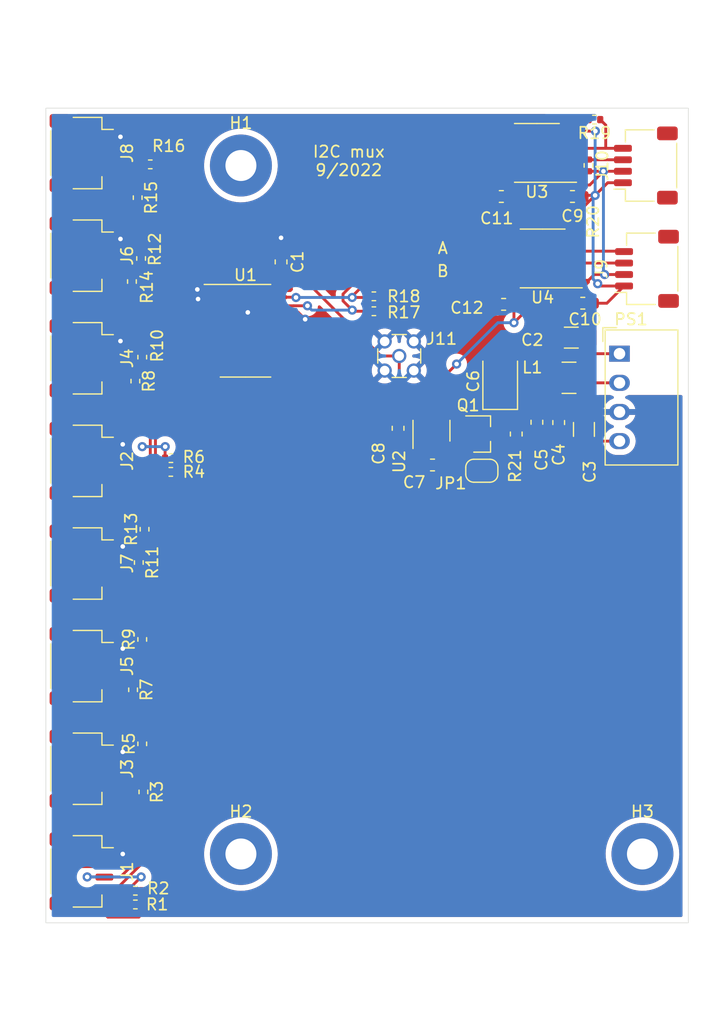
<source format=kicad_pcb>
(kicad_pcb (version 20211014) (generator pcbnew)
  (layers (0 "F.Cu" signal) (31 "B.Cu" signal) (34 "B.Paste" user) (35 "F.Paste" user) (36 "B.SilkS" user "B.Silkscreen") (37 "F.SilkS" user "F.Silkscreen") (38 "B.Mask" user) (39 "F.Mask" user) (44 "Edge.Cuts" user))
  (net 0 "")
  (net 1 "VCC")
  (net 2 "GND")
  (net 3 "Net-(J1-Pad4)")
  (net 4 "Net-(J1-Pad3)")
  (net 5 "Net-(J2-Pad4)")
  (net 6 "Net-(J2-Pad3)")
  (net 7 "Net-(J3-Pad4)")
  (net 8 "Net-(J3-Pad3)")
  (net 9 "Net-(J4-Pad4)")
  (net 10 "Net-(J4-Pad3)")
  (net 11 "GNDPWR")
  (net 12 "Net-(C3-Pad1)")
  (net 13 "Net-(C6-Pad1)")
  (net 14 "Net-(C7-Pad1)")
  (net 15 "Net-(L1-Pad1)")
  (net 16 "Net-(J5-Pad3)")
  (net 17 "VD")
  (net 18 "/Sheet626DA5AD/scl_in")
  (net 19 "/Sheet626DA5AD/sda_in")
  (net 20 "/Sheet626DA5AD/sda")
  (net 21 "/Sheet626DA5AD/scl")
  (net 22 "/A")
  (net 23 "/B")
  (net 24 "/Sheet626DA5AD/A_in")
  (net 25 "/Sheet626DA5AD/B_in")
  (net 26 "Net-(J5-Pad4)")
  (net 27 "Net-(J6-Pad4)")
  (net 28 "Net-(J6-Pad3)")
  (net 29 "Net-(J7-Pad3)")
  (net 30 "Net-(J7-Pad4)")
  (net 31 "Net-(J8-Pad4)")
  (net 32 "Net-(J8-Pad3)")
  (footprint "Capacitor_SMD:C_0603_1608Metric_Pad1.05x0.95mm_HandSolder" (layer "F.Cu") (at 108.5 73.4 -90)
    (fp_text reference "C1")
    (fp_text value "100nF")
  )
  (footprint "Connector_JST:JST_SH_SM04B-SRSS-TB_1x04-1MP_P1.00mm_Horizontal" (layer "F.Cu") (at 91.1 90.742857 -90)
    (fp_text reference "J2")
    (fp_text value "JST_SH_Conn_01x04_i2c_horizontal")
  )
  (footprint "Connector_JST:JST_SH_SM04B-SRSS-TB_1x04-1MP_P1.00mm_Horizontal" (layer "F.Cu") (at 91.1 81.8 -90)
    (fp_text reference "J4")
    (fp_text value "JST_SH_Conn_01x04_i2c_horizontal")
  )
  (footprint "Connector_JST:JST_SH_SM04B-SRSS-TB_1x04-1MP_P1.00mm_Horizontal" (layer "F.Cu") (at 91.1 72.857143 -90)
    (fp_text reference "J6")
    (fp_text value "JST_SH_Conn_01x04_i2c_horizontal")
  )
  (footprint "Connector_JST:JST_SH_SM04B-SRSS-TB_1x04-1MP_P1.00mm_Horizontal" (layer "F.Cu") (at 91.1 63.914286 -90)
    (fp_text reference "J8")
    (fp_text value "JST_SH_Conn_01x04_i2c_horizontal")
  )
  (footprint "Connector_JST:JST_SH_SM04B-SRSS-TB_1x04-1MP_P1.00mm_Horizontal" (layer "F.Cu") (at 140.3 65 90)
    (fp_text reference "J10")
    (fp_text value "JST_SH_Conn_01x04_i2c_horizontal")
  )
  (footprint "Capacitor_SMD:C_1206_3216Metric_Pad1.42x1.75mm_HandSolder" (layer "F.Cu") (at 133.8 80)
    (fp_text reference "C2")
    (fp_text value "4.7uF_1206_50V")
  )
  (footprint "Capacitor_SMD:C_1206_3216Metric_Pad1.42x1.75mm_HandSolder" (layer "F.Cu") (at 134.9 88 90)
    (fp_text reference "C3")
    (fp_text value "10uF_1206_50V")
  )
  (footprint "Capacitor_SMD:C_0603_1608Metric_Pad1.05x0.95mm_HandSolder" (layer "F.Cu") (at 132.7 87.4 -90)
    (fp_text reference "C4")
    (fp_text value "100nF")
  )
  (footprint "Capacitor_Tantalum_SMD:CP_EIA-3528-12_Kemet-T" (layer "F.Cu") (at 127.6 83.8 90)
    (fp_text reference "C6")
    (fp_text value "100uF")
  )
  (footprint "Capacitor_SMD:C_0603_1608Metric_Pad1.05x0.95mm_HandSolder" (layer "F.Cu") (at 118.7 87.9 -90)
    (fp_text reference "C8")
    (fp_text value "1uF")
  )
  (footprint "0my_footprints:MMCX_JLC" (layer "F.Cu") (at 118.8 81.6)
    (fp_text reference "J11")
    (fp_text value "MMCX")
  )
  (footprint "Jumper:SolderJumper-2_P1.3mm_Open_RoundedPad1.0x1.5mm" (layer "F.Cu") (at 126 91.6 180)
    (fp_text reference "JP1")
    (fp_text value "Jumper_2_Open")
  )
  (footprint "Inductor_SMD:L_1210_3225Metric_Pad1.42x2.65mm_HandSolder" (layer "F.Cu") (at 133.6 83.5 180)
    (fp_text reference "L1")
    (fp_text value "6.8uH")
  )
  (footprint "Converter_DCDC:Converter_DCDC_muRata_CRE1xxxxxx3C_THT" (layer "F.Cu") (at 138 81.4)
    (fp_text reference "PS1")
    (fp_text value "B0305S-1WR2")
  )
  (footprint "Package_TO_SOT_SMD:SOT-23" (layer "F.Cu") (at 126 88.4)
    (fp_text reference "Q1")
    (fp_text value "BC847C")
  )
  (footprint "Resistor_SMD:R_0603_1608Metric_Pad1.05x0.95mm_HandSolder" (layer "F.Cu") (at 129 88.4 90)
    (fp_text reference "R21")
    (fp_text value "1K")
  )
  (footprint "Package_TO_SOT_SMD:SOT-23-5" (layer "F.Cu") (at 121.61 88.11 90)
    (fp_text reference "U2")
    (fp_text value "LP5907MFX-3.3")
  )
  (footprint "Capacitor_SMD:C_0603_1608Metric_Pad1.05x0.95mm_HandSolder" (layer "F.Cu") (at 121.7 91.1 180)
    (fp_text reference "C7")
    (fp_text value "1uF")
  )
  (footprint "Capacitor_SMD:C_0603_1608Metric_Pad1.05x0.95mm_HandSolder" (layer "F.Cu") (at 133.9 67.7)
    (fp_text reference "C9")
    (fp_text value "100nF")
  )
  (footprint "Capacitor_SMD:C_0603_1608Metric_Pad1.05x0.95mm_HandSolder" (layer "F.Cu") (at 127.7 67.7)
    (fp_text reference "C11")
    (fp_text value "100nF")
  )
  (footprint "Capacitor_SMD:C_0603_1608Metric_Pad1.05x0.95mm_HandSolder" (layer "F.Cu") (at 127.9 77.1)
    (fp_text reference "C12")
    (fp_text value "100nF")
  )
  (footprint "Capacitor_SMD:C_0603_1608Metric_Pad1.05x0.95mm_HandSolder" (layer "F.Cu") (at 134.8 77)
    (fp_text reference "C10")
    (fp_text value "100nF")
  )
  (footprint "Connector_JST:JST_SH_SM04B-SRSS-TB_1x04-1MP_P1.00mm_Horizontal" (layer "F.Cu") (at 140.4 74 90)
    (fp_text reference "J9")
    (fp_text value "JST_SH_Conn_01x04_i2c_horizontal")
  )
  (footprint "Capacitor_SMD:C_0603_1608Metric_Pad1.05x0.95mm_HandSolder" (layer "F.Cu") (at 130.8 87.375 -90)
    (fp_text reference "C5")
    (fp_text value "10nF")
  )
  (footprint "MountingHole:MountingHole_2.7mm_M2.5_Pad" (layer "F.Cu") (at 105 65)
    (fp_text reference "H1")
    (fp_text value "MountingHole")
  )
  (footprint "MountingHole:MountingHole_2.7mm_M2.5_Pad" (layer "F.Cu") (at 105 125)
    (fp_text reference "H2")
    (fp_text value "MountingHole")
  )
  (footprint "Package_SO:SOIC-8_3.9x4.9mm_P1.27mm" (layer "F.Cu") (at 131.3 73.1 180)
    (fp_text reference "U4")
    (fp_text value "PI120")
  )
  (footprint "Resistor_SMD:R_0402_1005Metric" (layer "F.Cu") (at 116.59 76.4)
    (fp_text reference "R18")
    (fp_text value "5.1K_0402")
  )
  (footprint "Resistor_SMD:R_0402_1005Metric" (layer "F.Cu") (at 135.81 61 180)
    (fp_text reference "R19")
    (fp_text value "5.1K_0402")
  )
  (footprint "Resistor_SMD:R_0402_1005Metric" (layer "F.Cu") (at 95.5 75.11 -90)
    (fp_text reference "R14")
    (fp_text value "5.1K_0402")
  )
  (footprint "Resistor_SMD:R_0402_1005Metric" (layer "F.Cu") (at 96.3 73.1 90)
    (fp_text reference "R12")
    (fp_text value "5.1K_0402")
  )
  (footprint "Connector_JST:JST_SH_SM04B-SRSS-TB_1x04-1MP_P1.00mm_Horizontal" (layer "F.Cu") (at 91.1 117.571428 -90)
    (fp_text reference "J3")
    (fp_text value "JST_SH_Conn_01x04_i2c_horizontal")
  )
  (footprint "Package_SO:SOIC-8_3.9x4.9mm_P1.27mm" (layer "F.Cu") (at 130.8 63.9 180)
    (fp_text reference "U3")
    (fp_text value "ISO1541")
  )
  (footprint "Resistor_SMD:R_0402_1005Metric" (layer "F.Cu") (at 95.8 128.2)
    (fp_text reference "R2")
    (fp_text value "5.1K_0402")
  )
  (footprint "Resistor_SMD:R_0402_1005Metric" (layer "F.Cu") (at 96.1 99.6 -90)
    (fp_text reference "R11")
    (fp_text value "5.1K_0402")
  )
  (footprint "Connector_JST:JST_SH_SM04B-SRSS-TB_1x04-1MP_P1.00mm_Horizontal" (layer "F.Cu") (at 91.1 126.514286 -90)
    (fp_text reference "J1")
    (fp_text value "JST_SH_Conn_01x04_i2c_horizontal")
  )
  (footprint "Resistor_SMD:R_0402_1005Metric" (layer "F.Cu") (at 135.3 64.99 -90)
    (fp_text reference "R20")
    (fp_text value "5.1K_0402")
  )
  (footprint "Resistor_SMD:R_0402_1005Metric" (layer "F.Cu") (at 97.1 64.9)
    (fp_text reference "R16")
    (fp_text value "5.1K_0402")
  )
  (footprint "Resistor_SMD:R_0402_1005Metric" (layer "F.Cu") (at 116.59 77.7)
    (fp_text reference "R17")
    (fp_text value "5.1K_0402")
  )
  (footprint "Resistor_SMD:R_0402_1005Metric" (layer "F.Cu") (at 95.8 83.79 -90)
    (fp_text reference "R8")
    (fp_text value "5.1K_0402")
  )
  (footprint "MountingHole:MountingHole_2.7mm_M2.5_Pad" (layer "F.Cu") (at 140 125)
    (fp_text reference "H3")
    (fp_text value "MountingHole")
  )
  (footprint "Resistor_SMD:R_0402_1005Metric" (layer "F.Cu") (at 96.4 115.4 90)
    (fp_text reference "R5")
    (fp_text value "5.1K_0402")
  )
  (footprint "Resistor_SMD:R_0402_1005Metric" (layer "F.Cu") (at 96.4 81.7 90)
    (fp_text reference "R10")
    (fp_text value "5.1K_0402")
  )
  (footprint "Resistor_SMD:R_0402_1005Metric" (layer "F.Cu") (at 98.89 91.7)
    (fp_text reference "R4")
    (fp_text value "5.1K_0402")
  )
  (footprint "Package_SO:TSSOP-24_4.4x7.8mm_P0.65mm" (layer "F.Cu") (at 105.4 79.4)
    (fp_text reference "U1")
    (fp_text value "TCA9548APWR")
  )
  (footprint "Resistor_SMD:R_0402_1005Metric" (layer "F.Cu") (at 96.5 119.59 -90)
    (fp_text reference "R3")
    (fp_text value "5.1K_0402")
  )
  (footprint "Resistor_SMD:R_0402_1005Metric" (layer "F.Cu") (at 95.6 110.69 -90)
    (fp_text reference "R7")
    (fp_text value "5.1K_0402")
  )
  (footprint "Resistor_SMD:R_0402_1005Metric" (layer "F.Cu") (at 96.4 106.3 90)
    (fp_text reference "R9")
    (fp_text value "5.1K_0402")
  )
  (footprint "Resistor_SMD:R_0402_1005Metric" (layer "F.Cu") (at 95.8 129.4)
    (fp_text reference "R1")
    (fp_text value "5.1K_0402")
  )
  (footprint "Resistor_SMD:R_0402_1005Metric" (layer "F.Cu") (at 96.6 96.7 90)
    (fp_text reference "R13")
    (fp_text value "5.1K_0402")
  )
  (footprint "Resistor_SMD:R_0402_1005Metric" (layer "F.Cu") (at 98.9 90.5)
    (fp_text reference "R6")
    (fp_text value "5.1K_0402")
  )
  (footprint "Connector_JST:JST_SH_SM04B-SRSS-TB_1x04-1MP_P1.00mm_Horizontal" (layer "F.Cu") (at 91.1 108.628571 -90)
    (fp_text reference "J5")
    (fp_text value "JST_SH_Conn_01x04_i2c_horizontal")
  )
  (footprint "Resistor_SMD:R_0402_1005Metric" (layer "F.Cu") (at 96 67.8 -90)
    (fp_text reference "R15")
    (fp_text value "5.1K_0402")
  )
  (footprint "Connector_JST:JST_SH_SM04B-SRSS-TB_1x04-1MP_P1.00mm_Horizontal" (layer "F.Cu") (at 91.1 99.685714 -90)
    (fp_text reference "J7")
    (fp_text value "JST_SH_Conn_01x04_i2c_horizontal")
  )
  (gr_rect (start 88 60) (end 144 131) (layer "Edge.Cuts") (width 0.05) (fill none))
  (gr_text "A" (at 122.6 72.2) (layer "F.SilkS") (effects (font (size 1 1))))
  (gr_text "B" (at 122.6 74.2) (layer "F.SilkS") (effects (font (size 1 1))))
  (gr_text "I2C mux\n9/2022" (at 114.4 64.6) (layer "F.SilkS") (effects (font (size 1 1))))
  (segment (start 109.875 74.275) (end 108.5 74.275) (width 0.25) (layer "F.Cu") (net 1))
  (segment (start 91.1 122) (end 91.1 126.1) (width 0.25) (layer "F.Cu") (net 1))
  (segment (start 91.3 63.4) (end 91.1 63.6) (width 0.25) (layer "F.Cu") (net 1))
  (segment (start 128.8 78.7) (end 128.8 77.125) (width 0.25) (layer "F.Cu") (net 1))
  (segment (start 128.575 67.7) (end 128.575 66.055) (width 0.25) (layer "F.Cu") (net 1))
  (segment (start 91.328571 108.128571) (end 91.1 107.9) (width 0.25) (layer "F.Cu") (net 1))
  (segment (start 95.8 84.3) (end 93.8 86.3) (width 0.25) (layer "F.Cu") (net 1))
  (segment (start 91.1 99.1) (end 91.1 104.3) (width 0.25) (layer "F.Cu") (net 1))
  (segment (start 93.1 81.3) (end 96.29 81.3) (width 0.25) (layer "F.Cu") (net 1))
  (segment (start 96 68.31) (end 91.11 68.31) (width 0.25) (layer "F.Cu") (net 1))
  (segment (start 104.2 76.150361) (end 104.2 75) (width 0.25) (layer "F.Cu") (net 1))
  (segment (start 91.1 117.1) (end 91.1 122) (width 0.25) (layer "F.Cu") (net 1))
  (segment (start 118.8 81.6) (end 117.2 81.6) (width 0.25) (layer "F.Cu") (net 1))
  (segment (start 104.925 74.275) (end 107.075 74.275) (width 0.25) (layer "F.Cu") (net 1))
  (segment (start 93.1 81.3) (end 91.1 81.3) (width 0.25) (layer "F.Cu") (net 1))
  (segment (start 96.214286 63.414286) (end 107.075 74.275) (width 0.25) (layer "F.Cu") (net 1))
  (segment (start 96.6 96.39) (end 96.6 94.4) (width 0.25) (layer "F.Cu") (net 1))
  (segment (start 96.1 100.11) (end 96.1 102.2) (width 0.25) (layer "F.Cu") (net 1))
  (segment (start 90 126.1) (end 90 127.1) (width 0.25) (layer "F.Cu") (net 1))
  (segment (start 109.3 75.9) (end 108.3375 75.9) (width 0.25) (layer "F.Cu") (net 1))
  (segment (start 93.1 99.185714) (end 91.185714 99.185714) (width 0.25) (layer "F.Cu") (net 1))
  (segment (start 96.1 130.5) (end 96.31 130.29) (width 0.25) (layer "F.Cu") (net 1))
  (segment (start 96.4 105.5) (end 95.2 104.3) (width 0.25) (layer "F.Cu") (net 1))
  (segment (start 95.6 111.2) (end 93.5 113.3) (width 0.25) (layer "F.Cu") (net 1))
  (segment (start 96.4 105.79) (end 96.4 105.5) (width 0.25) (layer "F.Cu") (net 1))
  (segment (start 93.1 63.414286) (end 96.214286 63.414286) (width 0.25) (layer "F.Cu") (net 1))
  (segment (start 120.66 87.01) (end 118.715 87.01) (width 0.25) (layer "F.Cu") (net 1))
  (segment (start 120.66 87.01) (end 120.66 85.44) (width 0.25) (layer "F.Cu") (net 1))
  (segment (start 91.1 126.1) (end 90 126.1) (width 0.25) (layer "F.Cu") (net 1))
  (segment (start 91.1 86.3) (end 91.1 90.4) (width 0.25) (layer "F.Cu") (net 1))
  (segment (start 118.8 86.925) (end 118.7 87.025) (width 0.25) (layer "F.Cu") (net 1))
  (segment (start 96.067143 72.357143) (end 96.3 72.59) (width 0.25) (layer "F.Cu") (net 1))
  (segment (start 91.1 72.3) (end 91.1 77.2) (width 0.25) (layer "F.Cu") (net 1))
  (segment (start 91.314286 63.414286) (end 91.3 63.4) (width 0.25) (layer "F.Cu") (net 1))
  (segment (start 91.1 104.3) (end 91.1 107.9) (width 0.25) (layer "F.Cu") (net 1))
  (segment (start 108.5 74.7) (end 109.4 75.6) (width 0.25) (layer "F.Cu") (net 1))
  (segment (start 96.5 94.3) (end 91.1 94.3) (width 0.25) (layer "F.Cu") (net 1))
  (segment (start 102.5375 77.125) (end 103.225361 77.125) (width 0.25) (layer "F.Cu") (net 1))
  (segment (start 117.2 81.6) (end 115.15 79.55) (width 0.25) (layer "F.Cu") (net 1))
  (segment (start 115.25 79.55) (end 115.15 79.55) (width 0.25) (layer "F.Cu") (net 1))
  (segment (start 117.1 76.4) (end 117.1 77.7) (width 0.25) (layer "F.Cu") (net 1))
  (segment (start 93.8 86.3) (end 91.1 86.3) (width 0.25) (layer "F.Cu") (net 1))
  (segment (start 115.15 79.55) (end 109.875 74.275) (width 0.25) (layer "F.Cu") (net 1))
  (segment (start 99.4 91.7) (end 96.8 94.3) (width 0.25) (layer "F.Cu") (net 1))
  (segment (start 93.1 90.242857) (end 91.257143 90.242857) (width 0.25) (layer "F.Cu") (net 1))
  (segment (start 91.1 77.2) (end 91.1 81.3) (width 0.25) (layer "F.Cu") (net 1))
  (segment (start 96.5 120.1) (end 94.6 122) (width 0.25) (layer "F.Cu") (net 1))
  (segment (start 130.6 76.9) (end 130.6 69.2) (width 0.25) (layer "F.Cu") (net 1))
  (segment (start 109.4 75.6) (end 109.4 75.8) (width 0.25) (layer "F.Cu") (net 1))
  (segment (start 93.1 117.071428) (end 91.128572 117.071428) (width 0.25) (layer "F.Cu") (net 1))
  (segment (start 96.31 130.29) (end 96.31 129.4) (width 0.25) (layer "F.Cu") (net 1))
  (segment (start 94.6 122) (end 91.1 122) (width 0.25) (layer "F.Cu") (net 1))
  (segment (start 91.1 68.3) (end 91.1 72.3) (width 0.25) (layer "F.Cu") (net 1))
  (segment (start 91.1 126.1) (end 93.014286 126.1) (width 0.25) (layer "F.Cu") (net 1))
  (segment (start 93.4 130.5) (end 96.1 130.5) (width 0.25) (layer "F.Cu") (net 1))
  (segment (start 130.6 69.2) (end 129.1 67.7) (width 0.25) (layer "F.Cu") (net 1))
  (segment (start 128.575 66.055) (end 128.325 65.805) (width 0.25) (layer "F.Cu") (net 1))
  (segment (start 128.8 78.7) (end 130.6 76.9) (width 0.25) (layer "F.Cu") (net 1))
  (segment (start 118.8 81.6) (end 118.8 86.925) (width 0.25) (layer "F.Cu") (net 1))
  (segment (start 109.4 75.8) (end 109.3 75.9) (width 0.25) (layer "F.Cu") (net 1))
  (segment (start 94 104.3) (end 91.1 104.3) (width 0.25) (layer "F.Cu") (net 1))
  (segment (start 96.8 94.3) (end 96.5 94.3) (width 0.25) (layer "F.Cu") (net 1))
  (segment (start 93.1 72.357143) (end 91.157143 72.357143) (width 0.25) (layer "F.Cu") (net 1))
  (segment (start 104.2 75) (end 104.925 74.275) (width 0.25) (layer "F.Cu") (net 1))
  (segment (start 99.41 90.5) (end 99.41 91.69) (width 0.25) (layer "F.Cu") (net 1))
  (segment (start 93.1 108.128571) (end 91.328571 108.128571) (width 0.25) (layer "F.Cu") (net 1))
  (segment (start 91.185714 99.185714) (end 91.1 99.1) (width 0.25) (layer "F.Cu") (net 1))
  (segment (start 117.1 77.7) (end 115.25 79.55) (width 0.25) (layer "F.Cu") (net 1))
  (segment (start 96.29 81.3) (end 96.4 81.19) (width 0.25) (layer "F.Cu") (net 1))
  (segment (start 94.81 113.3) (end 93.5 113.3) (width 0.25) (layer "F.Cu") (net 1))
  (segment (start 103.225361 77.125) (end 104.2 76.150361) (width 0.25) (layer "F.Cu") (net 1))
  (segment (start 96.31 129.4) (end 96.31 128.2) (width 0.25) (layer "F.Cu") (net 1))
  (segment (start 120.66 85.44) (end 123.8 82.3) (width 0.25) (layer "F.Cu") (net 1))
  (segment (start 93.1 72.357143) (end 96.067143 72.357143) (width 0.25) (layer "F.Cu") (net 1))
  (segment (start 96.6 94.4) (end 96.5 94.3) (width 0.25) (layer "F.Cu") (net 1))
  (segment (start 91.157143 72.357143) (end 91.1 72.3) (width 0.25) (layer "F.Cu") (net 1))
  (segment (start 91.1 81.3) (end 91.1 86.3) (width 0.25) (layer "F.Cu") (net 1))
  (segment (start 91.128572 117.071428) (end 91.1 117.1) (width 0.25) (layer "F.Cu") (net 1))
  (segment (start 96.1 102.2) (end 94 104.3) (width 0.25) (layer "F.Cu") (net 1))
  (segment (start 108.5 74.275) (end 108.5 74.7) (width 0.25) (layer "F.Cu") (net 1))
  (segment (start 108.3375 75.9) (end 108.2625 75.825) (width 0.25) (layer "F.Cu") (net 1))
  (segment (start 91.1 90.4) (end 91.1 94.3) (width 0.25) (layer "F.Cu") (net 1))
  (segment (start 96.4 114.89) (end 94.81 113.3) (width 0.25) (layer "F.Cu") (net 1))
  (segment (start 91.1 94.3) (end 91.1 99.1) (width 0.25) (layer "F.Cu") (net 1))
  (segment (start 91.1 63.6) (end 91.1 68.3) (width 0.25) (layer "F.Cu") (net 1))
  (segment (start 93.5 113.3) (end 91.1 113.3) (width 0.25) (layer "F.Cu") (net 1))
  (segment (start 99.41 91.69) (end 99.4 91.7) (width 0.25) (layer "F.Cu") (net 1))
  (segment (start 91.11 68.31) (end 91.1 68.3) (width 0.25) (layer "F.Cu") (net 1))
  (segment (start 91.257143 90.242857) (end 91.1 90.4) (width 0.25) (layer "F.Cu") (net 1))
  (segment (start 95.5 75.62) (end 93.92 77.2) (width 0.25) (layer "F.Cu") (net 1))
  (segment (start 91.1 107.9) (end 91.1 113.3) (width 0.25) (layer "F.Cu") (net 1))
  (segment (start 129.1 67.7) (end 128.575 67.7) (width 0.25) (layer "F.Cu") (net 1))
  (segment (start 93.92 77.2) (end 91.1 77.2) (width 0.25) (layer "F.Cu") (net 1))
  (segment (start 90 127.1) (end 93.4 130.5) (width 0.25) (layer "F.Cu") (net 1))
  (segment (start 107.075 74.275) (end 108.5 74.275) (width 0.25) (layer "F.Cu") (net 1))
  (segment (start 128.775 77.1) (end 128.775 75.055) (width 0.25) (layer "F.Cu") (net 1))
  (segment (start 91.1 113.3) (end 91.1 117.1) (width 0.25) (layer "F.Cu") (net 1))
  (segment (start 95.2 104.3) (end 94 104.3) (width 0.25) (layer "F.Cu") (net 1))
  (segment (start 93.1 63.414286) (end 91.314286 63.414286) (width 0.25) (layer "F.Cu") (net 1))
  (via (at 128.8 78.7) (size 0.8) (drill 0.4) (layers "F.Cu" "B.Cu") (net 1))
  (via (at 123.8 82.3) (size 0.8) (drill 0.4) (layers "F.Cu" "B.Cu") (net 1))
  (segment (start 123.8 82.3) (end 127.4 78.7) (width 0.25) (layer "B.Cu") (net 1))
  (segment (start 127.4 78.7) (end 128.8 78.7) (width 0.25) (layer "B.Cu") (net 1))
  (segment (start 109.975 77.775) (end 110 77.8) (width 0.25) (layer "F.Cu") (net 2))
  (segment (start 94.685714 125.014286) (end 94.7 125) (width 0.25) (layer "F.Cu") (net 2))
  (segment (start 101.425 76.475) (end 101.262299 76.637701) (width 0.25) (layer "F.Cu") (net 2))
  (segment (start 94.685714 98.185714) (end 94.7 98.2) (width 0.25) (layer "F.Cu") (net 2))
  (segment (start 108.5 72.525) (end 108.5 71.3) (width 0.25) (layer "F.Cu") (net 2))
  (segment (start 94.414286 62.414286) (end 94.5 62.5) (width 0.25) (layer "F.Cu") (net 2))
  (segment (start 105.625 77.775) (end 105.6 77.8) (width 0.25) (layer "F.Cu") (net 2))
  (segment (start 108.2625 77.775) (end 105.625 77.775) (width 0.25) (layer "F.Cu") (net 2))
  (segment (start 93.1 62.414286) (end 94.414286 62.414286) (width 0.25) (layer "F.Cu") (net 2))
  (segment (start 94.642857 89.242857) (end 94.7 89.3) (width 0.25) (layer "F.Cu") (net 2))
  (segment (start 121.61 90.84) (end 121.61 89.21) (width 0.25) (layer "F.Cu") (net 2))
  (segment (start 102.5375 75.825) (end 101.225 75.825) (width 0.25) (layer "F.Cu") (net 2))
  (segment (start 93.1 80.3) (end 94.5 80.3) (width 0.25) (layer "F.Cu") (net 2))
  (segment (start 121.35 91.1) (end 121.61 90.84) (width 0.25) (layer "F.Cu") (net 2))
  (segment (start 93.128572 116.1) (end 93.1 116.071428) (width 0.25) (layer "F.Cu") (net 2))
  (segment (start 101.225 75.825) (end 101.2 75.8) (width 0.25) (layer "F.Cu") (net 2))
  (segment (start 94.457143 71.357143) (end 94.5 71.4) (width 0.25) (layer "F.Cu") (net 2))
  (segment (start 110 77.8) (end 110.6 78.4) (width 0.25) (layer "F.Cu") (net 2))
  (segment (start 93.1 107.128571) (end 94.671429 107.128571) (width 0.25) (layer "F.Cu") (net 2))
  (segment (start 102.5375 76.475) (end 101.425 76.475) (width 0.25) (layer "F.Cu") (net 2))
  (segment (start 121.61 88.719998) (end 121.245001 88.354999) (width 0.25) (layer "F.Cu") (net 2))
  (segment (start 121.245001 88.354999) (end 119.595001 88.354999) (width 0.25) (layer "F.Cu") (net 2))
  (segment (start 120.825 91.1) (end 121.35 91.1) (width 0.25) (layer "F.Cu") (net 2))
  (segment (start 94.7 116.1) (end 93.128572 116.1) (width 0.25) (layer "F.Cu") (net 2))
  (segment (start 93.1 125.014286) (end 94.685714 125.014286) (width 0.25) (layer "F.Cu") (net 2))
  (segment (start 93.1 98.185714) (end 94.685714 98.185714) (width 0.25) (layer "F.Cu") (net 2))
  (segment (start 94.671429 107.128571) (end 94.7 107.1) (width 0.25) (layer "F.Cu") (net 2))
  (segment (start 121.61 89.21) (end 121.61 88.719998) (width 0.25) (layer "F.Cu") (net 2))
  (segment (start 108.2625 77.775) (end 109.975 77.775) (width 0.25) (layer "F.Cu") (net 2))
  (segment (start 93.1 89.242857) (end 94.642857 89.242857) (width 0.25) (layer "F.Cu") (net 2))
  (segment (start 119.595001 88.354999) (end 119.175 88.775) (width 0.25) (layer "F.Cu") (net 2))
  (segment (start 93.1 71.357143) (end 94.457143 71.357143) (width 0.25) (layer "F.Cu") (net 2))
  (segment (start 119.175 88.775) (end 118.7 88.775) (width 0.25) (layer "F.Cu") (net 2))
  (via (at 105.6 77.8) (size 0.8) (drill 0.4) (layers "F.Cu" "B.Cu") (net 2))
  (via (at 94.7 89.3) (size 0.8) (drill 0.4) (layers "F.Cu" "B.Cu") (net 2))
  (via (at 94.5 71.4) (size 0.8) (drill 0.4) (layers "F.Cu" "B.Cu") (net 2))
  (via (at 94.7 125) (size 0.8) (drill 0.4) (layers "F.Cu" "B.Cu") (net 2))
  (via (at 94.7 98.2) (size 0.8) (drill 0.4) (layers "F.Cu" "B.Cu") (net 2))
  (via (at 94.7 107.1) (size 0.8) (drill 0.4) (layers "F.Cu" "B.Cu") (net 2))
  (via (at 101.262299 76.637701) (size 0.8) (drill 0.4) (layers "F.Cu" "B.Cu") (net 2))
  (via (at 94.7 116.1) (size 0.8) (drill 0.4) (layers "F.Cu" "B.Cu") (net 2))
  (via (at 108.5 71.3) (size 0.8) (drill 0.4) (layers "F.Cu" "B.Cu") (net 2))
  (via (at 94.5 80.3) (size 0.8) (drill 0.4) (layers "F.Cu" "B.Cu") (net 2))
  (via (at 110.6 78.4) (size 0.8) (drill 0.4) (layers "F.Cu" "B.Cu") (net 2))
  (via (at 101.2 75.8) (size 0.8) (drill 0.4) (layers "F.Cu" "B.Cu") (net 2))
  (via (at 94.5 62.5) (size 0.8) (drill 0.4) (layers "F.Cu" "B.Cu") (net 2))
  (segment (start 94.7 98.2) (end 94.7 107.1) (width 0.25) (layer "B.Cu") (net 2))
  (segment (start 94.7 125) (end 94.7 116.1) (width 0.25) (layer "B.Cu") (net 2))
  (segment (start 94.5 71.4) (end 94.5 80.3) (width 0.25) (layer "B.Cu") (net 2))
  (segment (start 94.7 107.1) (end 94.7 116.1) (width 0.25) (layer "B.Cu") (net 2))
  (segment (start 94.7 89.3) (end 94.7 98.2) (width 0.25) (layer "B.Cu") (net 2))
  (segment (start 94.5 80.3) (end 94.5 89.1) (width 0.25) (layer "B.Cu") (net 2))
  (segment (start 94.5 62.5) (end 94.5 71.4) (width 0.25) (layer "B.Cu") (net 2))
  (segment (start 94.5 89.1) (end 94.7 89.3) (width 0.25) (layer "B.Cu") (net 2))
  (segment (start 95.29 129.4) (end 94.185714 128.295714) (width 0.25) (layer "F.Cu") (net 3))
  (segment (start 113.24952 82.14952) (end 113.24952 108.95048) (width 0.25) (layer "F.Cu") (net 3))
  (segment (start 109.525 78.425) (end 113.24952 82.14952) (width 0.25) (layer "F.Cu") (net 3))
  (segment (start 93.1 128.014286) (end 94.185714 128.014286) (width 0.25) (layer "F.Cu") (net 3))
  (segment (start 94.185714 128.295714) (end 94.185714 128.014286) (width 0.25) (layer "F.Cu") (net 3))
  (segment (start 108.2625 78.425) (end 109.525 78.425) (width 0.25) (layer "F.Cu") (net 3))
  (segment (start 94.185714 128.014286) (end 113.24952 108.95048) (width 0.25) (layer "F.Cu") (net 3))
  (segment (start 112.8 108.7) (end 112.8 82.4) (width 0.25) (layer "F.Cu") (net 4))
  (segment (start 93.085714 127) (end 93.1 127.014286) (width 0.25) (layer "F.Cu") (net 4))
  (segment (start 94.485714 127.014286) (end 112.8 108.7) (width 0.25) (layer "F.Cu") (net 4))
  (segment (start 93.1 127.014286) (end 94.485714 127.014286) (width 0.25) (layer "F.Cu") (net 4))
  (segment (start 91.6 127) (end 93.085714 127) (width 0.25) (layer "F.Cu") (net 4))
  (segment (start 95.29 128.01) (end 96.3 127) (width 0.25) (layer "F.Cu") (net 4))
  (segment (start 109.475 79.075) (end 108.2625 79.075) (width 0.25) (layer "F.Cu") (net 4))
  (segment (start 112.8 82.4) (end 109.475 79.075) (width 0.25) (layer "F.Cu") (net 4))
  (segment (start 95.29 128.2) (end 95.29 128.01) (width 0.25) (layer "F.Cu") (net 4))
  (via (at 96.3 127) (size 0.8) (drill 0.4) (layers "F.Cu" "B.Cu") (net 4))
  (via (at 91.6 127) (size 0.8) (drill 0.4) (layers "F.Cu" "B.Cu") (net 4))
  (segment (start 96.3 127) (end 91.6 127) (width 0.25) (layer "B.Cu") (net 4))
  (segment (start 98.38 91.7) (end 97 91.7) (width 0.25) (layer "F.Cu") (net 5))
  (segment (start 96.817859 91.517859) (end 97.54952 90.786198) (width 0.25) (layer "F.Cu") (net 5))
  (segment (start 97.54952 90.786198) (end 97.54952 85.95048) (width 0.25) (layer "F.Cu") (net 5))
  (segment (start 93.1 92.242857) (end 96.092861 92.242857) (width 0.25) (layer "F.Cu") (net 5))
  (segment (start 97.54952 85.95048) (end 101.175 82.325) (width 0.25) (layer "F.Cu") (net 5))
  (segment (start 97 91.7) (end 96.817859 91.517859) (width 0.25) (layer "F.Cu") (net 5))
  (segment (start 96.092861 92.242857) (end 96.817859 91.517859) (width 0.25) (layer "F.Cu") (net 5))
  (segment (start 101.175 82.325) (end 102.5375 82.325) (width 0.25) (layer "F.Cu") (net 5))
  (segment (start 97.1 90.6) (end 96.457143 91.242857) (width 0.25) (layer "F.Cu") (net 6))
  (segment (start 98.39 90.5) (end 98.39 89.51) (width 0.25) (layer "F.Cu") (net 6))
  (segment (start 100.925 81.675) (end 97.1 85.5) (width 0.25) (layer "F.Cu") (net 6))
  (segment (start 97.1 85.5) (end 97.1 89.5) (width 0.25) (layer "F.Cu") (net 6))
  (segment (start 96.457143 91.242857) (end 93.1 91.242857) (width 0.25) (layer "F.Cu") (net 6))
  (segment (start 97.1 89.5) (end 97.1 90.6) (width 0.25) (layer "F.Cu") (net 6))
  (segment (start 98.39 89.51) (end 98.4 89.5) (width 0.25) (layer "F.Cu") (net 6))
  (segment (start 96.4 89.5) (end 97.1 89.5) (width 0.25) (layer "F.Cu") (net 6))
  (segment (start 102.5375 81.675) (end 100.925 81.675) (width 0.25) (layer "F.Cu") (net 6))
  (via (at 96.4 89.5) (size 0.8) (drill 0.4) (layers "F.Cu" "B.Cu") (net 6))
  (via (at 98.4 89.5) (size 0.8) (drill 0.4) (layers "F.Cu" "B.Cu") (net 6))
  (segment (start 98.4 89.5) (end 96.4 89.5) (width 0.25) (layer "B.Cu") (net 6))
  (segment (start 112.3 82.657128) (end 112.3 101.2) (width 0.25) (layer "F.Cu") (net 7))
  (segment (start 112.3 101.2) (end 94.4 119.1) (width 0.25) (layer "F.Cu") (net 7))
  (segment (start 96.5 119.08) (end 93.108572 119.08) (width 0.25) (layer "F.Cu") (net 7))
  (segment (start 93.108572 119.08) (end 93.1 119.071428) (width 0.25) (layer "F.Cu") (net 7))
  (segment (start 94.4 119.1) (end 93.128572 119.1) (width 0.25) (layer "F.Cu") (net 7))
  (segment (start 109.367871 79.725) (end 112.3 82.657128) (width 0.25) (layer "F.Cu") (net 7))
  (segment (start 108.2625 79.725) (end 109.367871 79.725) (width 0.25) (layer "F.Cu") (net 7))
  (segment (start 93.1 118.071428) (end 94.528572 118.071428) (width 0.25) (layer "F.Cu") (net 8))
  (segment (start 111.8 82.792846) (end 109.382154 80.375) (width 0.25) (layer "F.Cu") (net 8))
  (segment (start 94.528572 118.071428) (end 111.8 100.8) (width 0.25) (layer "F.Cu") (net 8))
  (segment (start 111.8 100.8) (end 111.8 82.792846) (width 0.25) (layer "F.Cu") (net 8))
  (segment (start 109.382154 80.375) (end 108.2625 80.375) (width 0.25) (layer "F.Cu") (net 8))
  (segment (start 100.117859 81.017859) (end 102.530359 81.017859) (width 0.25) (layer "F.Cu") (net 9))
  (segment (start 97.835718 83.3) (end 100.117859 81.017859) (width 0.25) (layer "F.Cu") (net 9))
  (segment (start 93.1 83.3) (end 97.835718 83.3) (width 0.25) (layer "F.Cu") (net 9))
  (segment (start 100.125 80.375) (end 98.2 82.3) (width 0.25) (layer "F.Cu") (net 10))
  (segment (start 98.2 82.3) (end 93.1 82.3) (width 0.25) (layer "F.Cu") (net 10))
  (segment (start 102.5375 80.375) (end 100.125 80.375) (width 0.25) (layer "F.Cu") (net 10))
  (segment (start 133.775 69.7) (end 133.775 71.195) (width 0.25) (layer "F.Cu") (net 11))
  (segment (start 138 81.4) (end 135.8125 81.4) (width 0.25) (layer "F.Cu") (net 11))
  (segment (start 135.875 67.6) (end 133.775 69.7) (width 0.25) (layer "F.Cu") (net 11))
  (segment (start 136.9 77) (end 135.675 77) (width 0.25) (layer "F.Cu") (net 11))
  (segment (start 136.975 66.5) (end 138.3 66.5) (width 0.25) (layer "F.Cu") (net 11))
  (segment (start 138.4 75.5) (end 136.9 77) (width 0.25) (layer "F.Cu") (net 11))
  (segment (start 135.8125 81.4) (end 135.2875 80.875) (width 0.25) (layer "F.Cu") (net 11))
  (segment (start 135.2875 80.875) (end 135.2875 80) (width 0.25) (layer "F.Cu") (net 11))
  (segment (start 138.4 75.5) (end 136.3 75.5) (width 0.25) (layer "F.Cu") (net 11))
  (segment (start 135.875 67.6) (end 136.975 66.5) (width 0.25) (layer "F.Cu") (net 11))
  (segment (start 135.2875 80) (end 135.2875 77.3875) (width 0.25) (layer "F.Cu") (net 11))
  (segment (start 135.9 62) (end 133.64 62) (width 0.25) (layer "F.Cu") (net 11))
  (segment (start 136.3 75.5) (end 136.1 75.3) (width 0.25) (layer "F.Cu") (net 11))
  (segment (start 135.875 67.6) (end 134.875 67.6) (width 0.25) (layer "F.Cu") (net 11))
  (segment (start 135.2875 77.3875) (end 135.675 77) (width 0.25) (layer "F.Cu") (net 11))
  (via (at 135.875 67.6) (size 0.8) (drill 0.4) (layers "F.Cu" "B.Cu") (net 11))
  (via (at 136.1 75.3) (size 0.8) (drill 0.4) (layers "F.Cu" "B.Cu") (net 11))
  (via (at 135.9 62) (size 0.8) (drill 0.4) (layers "F.Cu" "B.Cu") (net 11))
  (segment (start 136.1 75.3) (end 135.700001 74.900001) (width 0.25) (layer "B.Cu") (net 11))
  (segment (start 135.700001 67.774999) (end 135.875 67.6) (width 0.25) (layer "B.Cu") (net 11))
  (segment (start 135.875 67.6) (end 135.875 62.025) (width 0.25) (layer "B.Cu") (net 11))
  (segment (start 135.875 62.025) (end 135.9 62) (width 0.25) (layer "B.Cu") (net 11))
  (segment (start 135.700001 74.900001) (end 135.700001 67.774999) (width 0.25) (layer "B.Cu") (net 11))
  (segment (start 134.9 88.775) (end 134.4 88.275) (width 0.25) (layer "F.Cu") (net 12))
  (segment (start 134.4 88.275) (end 133.175 88.275) (width 0.25) (layer "F.Cu") (net 12))
  (segment (start 127 88.4) (end 127 91.25) (width 0.25) (layer "F.Cu") (net 12))
  (segment (start 133.175 88.275) (end 132.7 88.275) (width 0.25) (layer "F.Cu") (net 12))
  (segment (start 132.7 88.275) (end 130 88.275) (width 0.25) (layer "F.Cu") (net 12))
  (segment (start 127 89.05) (end 127 88.4) (width 0.25) (layer "F.Cu") (net 12))
  (segment (start 130 88.275) (end 129 89.275) (width 0.25) (layer "F.Cu") (net 12))
  (segment (start 129 89.275) (end 127.225 89.275) (width 0.25) (layer "F.Cu") (net 12))
  (segment (start 138 89.02) (end 135.3675 89.02) (width 0.25) (layer "F.Cu") (net 12))
  (segment (start 127.225 89.275) (end 127 89.05) (width 0.25) (layer "F.Cu") (net 12))
  (segment (start 134.9 89.4875) (end 134.9 88.775) (width 0.25) (layer "F.Cu") (net 12))
  (segment (start 129 86.7375) (end 127.6 85.3375) (width 0.25) (layer "F.Cu") (net 13))
  (segment (start 125 87.45) (end 125 86.8) (width 0.25) (layer "F.Cu") (net 13))
  (segment (start 125 86.8) (end 126.4625 85.3375) (width 0.25) (layer "F.Cu") (net 13))
  (segment (start 129 87.525) (end 129 86.7375) (width 0.25) (layer "F.Cu") (net 13))
  (segment (start 126.4625 85.3375) (end 127.6 85.3375) (width 0.25) (layer "F.Cu") (net 13))
  (segment (start 123.1 91.1) (end 122.575 91.1) (width 0.25) (layer "F.Cu") (net 14))
  (segment (start 122.15 92) (end 120.40449 92) (width 0.25) (layer "F.Cu") (net 14))
  (segment (start 122.575 91.1) (end 122.575 89.225) (width 0.25) (layer "F.Cu") (net 14))
  (segment (start 125 89.35) (end 125 91.25) (width 0.25) (layer "F.Cu") (net 14))
  (segment (start 119.9 89.395) (end 120.085 89.21) (width 0.25) (layer "F.Cu") (net 14))
  (segment (start 123.9 91.1) (end 123.1 91.1) (width 0.25) (layer "F.Cu") (net 14))
  (segment (start 119.9 91.49551) (end 119.9 89.395) (width 0.25) (layer "F.Cu") (net 14))
  (segment (start 125 90) (end 123.9 91.1) (width 0.25) (layer "F.Cu") (net 14))
  (segment (start 125 89.35) (end 125 90) (width 0.25) (layer "F.Cu") (net 14))
  (segment (start 120.40449 92) (end 119.9 91.49551) (width 0.25) (layer "F.Cu") (net 14))
  (segment (start 120.085 89.21) (end 120.66 89.21) (width 0.25) (layer "F.Cu") (net 14))
  (segment (start 122.575 91.1) (end 122.575 91.575) (width 0.25) (layer "F.Cu") (net 14))
  (segment (start 122.575 91.575) (end 122.15 92) (width 0.25) (layer "F.Cu") (net 14))
  (segment (start 138 83.94) (end 135.5275 83.94) (width 0.25) (layer "F.Cu") (net 15))
  (segment (start 110.84952 92.65048) (end 110.84952 83.113802) (width 0.25) (layer "F.Cu") (net 16))
  (segment (start 93.1 109.128571) (end 94.371429 109.128571) (width 0.25) (layer "F.Cu") (net 16))
  (segment (start 109.410718 81.675) (end 108.2625 81.675) (width 0.25) (layer "F.Cu") (net 16))
  (segment (start 110.84952 83.113802) (end 109.410718 81.675) (width 0.25) (layer "F.Cu") (net 16))
  (segment (start 94.371429 109.128571) (end 110.84952 92.65048) (width 0.25) (layer "F.Cu") (net 16))
  (segment (start 132.3125 78.0875) (end 133.4 77) (width 0.25) (layer "F.Cu") (net 17))
  (segment (start 132.3125 80) (end 132.3125 78.0875) (width 0.25) (layer "F.Cu") (net 17))
  (segment (start 135.3 61) (end 132.2 61) (width 0.25) (layer "F.Cu") (net 17))
  (segment (start 135.295 75.005) (end 135.8 74.5) (width 0.25) (layer "F.Cu") (net 17))
  (segment (start 133.025 67.7) (end 133.025 66.055) (width 0.25) (layer "F.Cu") (net 17))
  (segment (start 133.025 67.7) (end 133.025 67.225) (width 0.25) (layer "F.Cu") (net 17))
  (segment (start 133.025 67.225) (end 133.55 66.7) (width 0.25) (layer "F.Cu") (net 17))
  (segment (start 132.1125 83.5) (end 132.1125 80.2) (width 0.25) (layer "F.Cu") (net 17))
  (segment (start 133.925 77) (end 133.925 76.525) (width 0.25) (layer "F.Cu") (net 17))
  (segment (start 132.2 61) (end 131.7 61.5) (width 0.25) (layer "F.Cu") (net 17))
  (segment (start 133.925 76.525) (end 135.295 75.155) (width 0.25) (layer "F.Cu") (net 17))
  (segment (start 138.3 65.5) (end 136.6 65.5) (width 0.25) (layer "F.Cu") (net 17))
  (segment (start 132.205 65.805) (end 133.275 65.805) (width 0.25) (layer "F.Cu") (net 17))
  (segment (start 133.4 77) (end 133.925 77) (width 0.25) (layer "F.Cu") (net 17))
  (segment (start 133.55 66.7) (end 135.4 66.7) (width 0.25) (layer "F.Cu") (net 17))
  (segment (start 138.4 74.5) (end 136.7 74.5) (width 0.25) (layer "F.Cu") (net 17))
  (segment (start 135.295 75.155) (end 135.295 75.005) (width 0.25) (layer "F.Cu") (net 17))
  (segment (start 135.4 66.7) (end 136.6 65.5) (width 0.25) (layer "F.Cu") (net 17))
  (segment (start 135.8 74.5) (end 136.7 74.5) (width 0.25) (layer "F.Cu") (net 17))
  (segment (start 131.7 61.5) (end 131.7 65.3) (width 0.25) (layer "F.Cu") (net 17))
  (segment (start 133.775 75.005) (end 135.295 75.005) (width 0.25) (layer "F.Cu") (net 17))
  (segment (start 131.7 65.3) (end 132.205 65.805) (width 0.25) (layer "F.Cu") (net 17))
  (segment (start 136.6 65.5) (end 135.3 65.5) (width 0.25) (layer "F.Cu") (net 17))
  (segment (start 133.025 66.055) (end 133.275 65.805) (width 0.25) (layer "F.Cu") (net 17))
  (via (at 136.6 65.5) (size 0.8) (drill 0.4) (layers "F.Cu" "B.Cu") (net 17))
  (via (at 136.7 74.5) (size 0.8) (drill 0.4) (layers "F.Cu" "B.Cu") (net 17))
  (segment (start 136.6 65.5) (end 136.6 74.4) (width 0.25) (layer "B.Cu") (net 17))
  (segment (start 136.6 74.4) (end 136.7 74.5) (width 0.25) (layer "B.Cu") (net 17))
  (segment (start 133.51 63.5) (end 133.275 63.265) (width 0.25) (layer "F.Cu") (net 18))
  (segment (start 136.8 61.48) (end 136.8 63.5) (width 0.25) (layer "F.Cu") (net 18))
  (segment (start 138.3 63.5) (end 136.8 63.5) (width 0.25) (layer "F.Cu") (net 18))
  (segment (start 136.32 61) (end 136.8 61.48) (width 0.25) (layer "F.Cu") (net 18))
  (segment (start 136.8 63.5) (end 133.51 63.5) (width 0.25) (layer "F.Cu") (net 18))
  (segment (start 133.31 64.5) (end 133.275 64.535) (width 0.25) (layer "F.Cu") (net 19))
  (segment (start 138.3 64.5) (end 133.31 64.5) (width 0.25) (layer "F.Cu") (net 19))
  (segment (start 114.7 76.4) (end 114.7 76.5) (width 0.25) (layer "F.Cu") (net 20))
  (segment (start 128.325 64.535) (end 126.565 64.535) (width 0.25) (layer "F.Cu") (net 20))
  (segment (start 109.775 76.475) (end 109.8 76.5) (width 0.25) (layer "F.Cu") (net 20))
  (segment (start 115.98 76.5) (end 116.08 76.4) (width 0.25) (layer "F.Cu") (net 20))
  (segment (start 108.2625 76.475) (end 109.775 76.475) (width 0.25) (layer "F.Cu") (net 20))
  (segment (start 114.7 76.5) (end 115.98 76.5) (width 0.25) (layer "F.Cu") (net 20))
  (segment (start 126.565 64.535) (end 114.7 76.4) (width 0.25) (layer "F.Cu") (net 20))
  (via (at 109.8 76.5) (size 0.8) (drill 0.4) (layers "F.Cu" "B.Cu") (net 20))
  (via (at 114.7 76.5) (size 0.8) (drill 0.4) (layers "F.Cu" "B.Cu") (net 20))
  (segment (start 109.8 76.5) (end 114.7 76.5) (width 0.25) (layer "B.Cu") (net 20))
  (segment (start 110.6 77.1) (end 110.6755 77.1) (width 0.25) (layer "F.Cu") (net 21))
  (segment (start 109.6 77.224511) (end 110.475489 77.224511) (width 0.25) (layer "F.Cu") (net 21))
  (segment (start 110.6755 77.1) (end 110.8 77.2245) (width 0.25) (layer "F.Cu") (net 21))
  (segment (start 110.475489 77.224511) (end 110.6 77.1) (width 0.25) (layer "F.Cu") (net 21))
  (segment (start 126.835 63.265) (end 128.325 63.265) (width 0.25) (layer "F.Cu") (net 21))
  (segment (start 116.08 77.7) (end 114.8 77.7) (width 0.25) (layer "F.Cu") (net 21))
  (segment (start 108.2625 77.125) (end 108.362011 77.224511) (width 0.25) (layer "F.Cu") (net 21))
  (segment (start 113.9 76.8) (end 113.9 76.2) (width 0.25) (layer "F.Cu") (net 21))
  (segment (start 113.9 76.2) (end 126.835 63.265) (width 0.25) (layer "F.Cu") (net 21))
  (segment (start 114.8 77.7) (end 114.7 77.6) (width 0.25) (layer "F.Cu") (net 21))
  (segment (start 108.362011 77.224511) (end 109.6 77.224511) (width 0.25) (layer "F.Cu") (net 21))
  (segment (start 114.7 77.6) (end 113.9 76.8) (width 0.25) (layer "F.Cu") (net 21))
  (via (at 110.8 77.2245) (size 0.8) (drill 0.4) (layers "F.Cu" "B.Cu") (net 21))
  (via (at 114.7 77.6) (size 0.8) (drill 0.4) (layers "F.Cu" "B.Cu") (net 21))
  (segment (start 111.1755 77.6) (end 114.7 77.6) (width 0.25) (layer "B.Cu") (net 21))
  (segment (start 110.8 77.2245) (end 111.1755 77.6) (width 0.25) (layer "B.Cu") (net 21))
  (segment (start 133.775 72.465) (end 138.365 72.465) (width 0.25) (layer "F.Cu") (net 24))
  (segment (start 134.01 73.5) (end 133.775 73.735) (width 0.25) (layer "F.Cu") (net 25))
  (segment (start 138.4 73.5) (end 134.01 73.5) (width 0.25) (layer "F.Cu") (net 25))
  (segment (start 95.548571 110.128571) (end 95.6 110.18) (width 0.25) (layer "F.Cu") (net 26))
  (segment (start 94.071429 110.128571) (end 93.1 110.128571) (width 0.25) (layer "F.Cu") (net 26))
  (segment (start 111.3 92.9) (end 94.071429 110.128571) (width 0.25) (layer "F.Cu") (net 26))
  (segment (start 93.1 110.128571) (end 95.548571 110.128571) (width 0.25) (layer "F.Cu") (net 26))
  (segment (start 108.2625 81.025) (end 109.396436 81.025) (width 0.25) (layer "F.Cu") (net 26))
  (segment (start 109.396436 81.025) (end 111.3 82.928564) (width 0.25) (layer "F.Cu") (net 26))
  (segment (start 111.3 82.928564) (end 111.3 92.9) (width 0.25) (layer "F.Cu") (net 26))
  (segment (start 101.353565 79.725) (end 95.985707 74.357143) (width 0.25) (layer "F.Cu") (net 27))
  (segment (start 102.5375 79.725) (end 101.353565 79.725) (width 0.25) (layer "F.Cu") (net 27))
  (segment (start 95.985707 74.357143) (end 93.1 74.357143) (width 0.25) (layer "F.Cu") (net 27))
  (segment (start 93.1 73.357143) (end 95.621425 73.357143) (width 0.25) (layer "F.Cu") (net 28))
  (segment (start 95.621425 73.357143) (end 101.339282 79.075) (width 0.25) (layer "F.Cu") (net 28))
  (segment (start 101.339282 79.075) (end 102.5375 79.075) (width 0.25) (layer "F.Cu") (net 28))
  (segment (start 109.8 83.4) (end 109.375 82.975) (width 0.25) (layer "F.Cu") (net 29))
  (segment (start 109.8 84.4) (end 109.8 83.4) (width 0.25) (layer "F.Cu") (net 29))
  (segment (start 94.014286 100.185714) (end 109.8 84.4) (width 0.25) (layer "F.Cu") (net 29))
  (segment (start 109.375 82.975) (end 108.2625 82.975) (width 0.25) (layer "F.Cu") (net 29))
  (segment (start 93.1 100.185714) (end 94.014286 100.185714) (width 0.25) (layer "F.Cu") (net 29))
  (segment (start 110.4 84.5) (end 93.714286 101.185714) (width 0.25) (layer "F.Cu") (net 30))
  (segment (start 109.425 82.325) (end 110.4 83.3) (width 0.25) (layer "F.Cu") (net 30))
  (segment (start 110.4 83.3) (end 110.4 84.5) (width 0.25) (layer "F.Cu") (net 30))
  (segment (start 108.2625 82.325) (end 109.425 82.325) (width 0.25) (layer "F.Cu") (net 30))
  (segment (start 99.95048 71.05048) (end 99.95048 77.05048) (width 0.25) (layer "F.Cu") (net 31))
  (segment (start 93.185714 65.5) (end 94.4 65.5) (width 0.25) (layer "F.Cu") (net 31))
  (segment (start 101.325 78.425) (end 102.5375 78.425) (width 0.25) (layer "F.Cu") (net 31))
  (segment (start 99.95048 77.05048) (end 101.325 78.425) (width 0.25) (layer "F.Cu") (net 31))
  (segment (start 94.4 65.5) (end 99.95048 71.05048) (width 0.25) (layer "F.Cu") (net 31))
  (segment (start 96.59 64.9) (end 94.7 64.9) (width 0.25) (layer "F.Cu") (net 32))
  (segment (start 101.375 77.775) (end 102.5375 77.775) (width 0.25) (layer "F.Cu") (net 32))
  (segment (start 100.4 76.8) (end 101.375 77.775) (width 0.25) (layer "F.Cu") (net 32))
  (segment (start 94.7 64.9) (end 94.214286 64.414286) (width 0.25) (layer "F.Cu") (net 32))
  (segment (start 100.4 70.6) (end 100.4 76.8) (width 0.25) (layer "F.Cu") (net 32))
  (segment (start 94.214286 64.414286) (end 100.4 70.6) (width 0.25) (layer "F.Cu") (net 32))
  (segment (start 93.1 64.414286) (end 94.214286 64.414286) (width 0.25) (layer "F.Cu") (net 32))
  (zone (net 0) (net_name "") (layers F&B.Cu) (connect_pads (clearance 0)) (min_thickness 0.254)
    (keepout (tracks allowed) (vias allowed) (pads allowed) (copperpour not_allowed) (footprints allowed))
    (fill (thermal_gap 0.508) (thermal_bridge_width 0.508))
    (polygon (pts (xy 144 85) (xy 136 85) (xy 136 60) (xy 144 60)))
  )
  (zone (net 2) (net_name "GND") (layers F&B.Cu) (connect_pads (clearance 0.508)) (min_thickness 0.254) (fill yes (thermal_gap 0.508) (thermal_bridge_width 0.508))
    (polygon (pts (xy 146 133) (xy 84 133) (xy 84 57) (xy 146 57)))
  )
)
</source>
